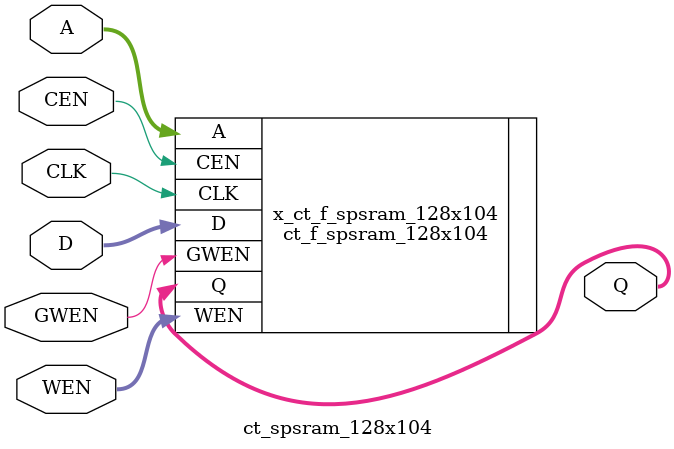
<source format=v>

/*Copyright 2019-2021 T-Head Semiconductor Co., Ltd.

Licensed under the Apache License, Version 2.0 (the "License");
you may not use this file except in compliance with the License.
You may obtain a copy of the License at

    http://www.apache.org/licenses/LICENSE-2.0

Unless required by applicable law or agreed to in writing, software
distributed under the License is distributed on an "AS IS" BASIS,
WITHOUT WARRANTIES OR CONDITIONS OF ANY KIND, either express or implied.
See the License for the specific language governing permissions and
limitations under the License.
*/

// &ModuleBeg; @22
module ct_spsram_128x104(
  A,
  CEN,
  CLK,
  D,
  GWEN,
  Q,
  WEN
);

// &Ports; @23
input   [6  :0]  A;   
input            CEN; 
input            CLK; 
input   [103:0]  D;   
input            GWEN; 
input   [103:0]  WEN; 
output  [103:0]  Q;   

// &Regs; @24

// &Wires; @25
wire    [6  :0]  A;   
wire             CEN; 
wire             CLK; 
wire    [103:0]  D;   
wire             GWEN; 
wire    [103:0]  Q;   
wire    [103:0]  WEN; 


//**********************************************************
//                  Parameter Definition
//**********************************************************
parameter ADDR_WIDTH = 7;
parameter DATA_WIDTH = 104;
parameter WE_WIDTH   = 104;

// &Force("bus","Q",DATA_WIDTH-1,0); @34
// &Force("bus","WEN",WE_WIDTH-1,0); @35
// &Force("bus","A",ADDR_WIDTH-1,0); @36
// &Force("bus","D",DATA_WIDTH-1,0); @37

//  //********************************************************
//  //*                        FPGA memory                   *
//  //********************************************************
//   &Instance("ct_f_spsram_128x104"); @43
ct_f_spsram_128x104  x_ct_f_spsram_128x104 (
  .A    (A   ),
  .CEN  (CEN ),
  .CLK  (CLK ),
  .D    (D   ),
  .GWEN (GWEN),
  .Q    (Q   ),
  .WEN  (WEN )
);

//   &Instance("ct_tsmc_spsram_128x104"); @49

// &ModuleEnd; @65
endmodule



</source>
